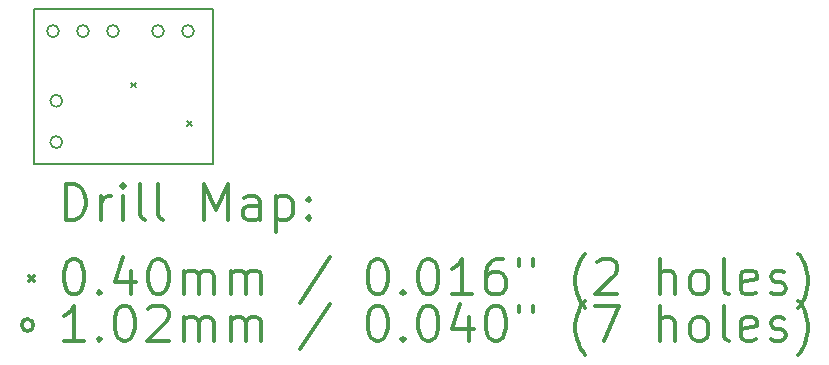
<source format=gbr>
%FSLAX45Y45*%
G04 Gerber Fmt 4.5, Leading zero omitted, Abs format (unit mm)*
G04 Created by KiCad (PCBNEW 4.0.4+e1-6308~48~ubuntu16.04.1-stable) date Thu Nov  3 03:19:42 2016*
%MOMM*%
%LPD*%
G01*
G04 APERTURE LIST*
%ADD10C,0.127000*%
%ADD11C,0.150000*%
%ADD12C,0.200000*%
%ADD13C,0.300000*%
G04 APERTURE END LIST*
D10*
D11*
X13865000Y-11235000D02*
X15375000Y-11235000D01*
X13865000Y-9925000D02*
X13865000Y-11235000D01*
X15375000Y-9925000D02*
X13865000Y-9925000D01*
X15375000Y-11235000D02*
X15375000Y-9925000D01*
D12*
X14685000Y-10547500D02*
X14725000Y-10587500D01*
X14725000Y-10547500D02*
X14685000Y-10587500D01*
X15155000Y-10875000D02*
X15195000Y-10915000D01*
X15195000Y-10875000D02*
X15155000Y-10915000D01*
X14072800Y-10110000D02*
G75*
G03X14072800Y-10110000I-50800J0D01*
G01*
X14100800Y-10700000D02*
G75*
G03X14100800Y-10700000I-50800J0D01*
G01*
X14100800Y-11050000D02*
G75*
G03X14100800Y-11050000I-50800J0D01*
G01*
X14326800Y-10110000D02*
G75*
G03X14326800Y-10110000I-50800J0D01*
G01*
X14580800Y-10110000D02*
G75*
G03X14580800Y-10110000I-50800J0D01*
G01*
X14961800Y-10110000D02*
G75*
G03X14961800Y-10110000I-50800J0D01*
G01*
X15215800Y-10110000D02*
G75*
G03X15215800Y-10110000I-50800J0D01*
G01*
D13*
X14128928Y-11708214D02*
X14128928Y-11408214D01*
X14200357Y-11408214D01*
X14243214Y-11422500D01*
X14271786Y-11451071D01*
X14286071Y-11479643D01*
X14300357Y-11536786D01*
X14300357Y-11579643D01*
X14286071Y-11636786D01*
X14271786Y-11665357D01*
X14243214Y-11693929D01*
X14200357Y-11708214D01*
X14128928Y-11708214D01*
X14428928Y-11708214D02*
X14428928Y-11508214D01*
X14428928Y-11565357D02*
X14443214Y-11536786D01*
X14457500Y-11522500D01*
X14486071Y-11508214D01*
X14514643Y-11508214D01*
X14614643Y-11708214D02*
X14614643Y-11508214D01*
X14614643Y-11408214D02*
X14600357Y-11422500D01*
X14614643Y-11436786D01*
X14628928Y-11422500D01*
X14614643Y-11408214D01*
X14614643Y-11436786D01*
X14800357Y-11708214D02*
X14771786Y-11693929D01*
X14757500Y-11665357D01*
X14757500Y-11408214D01*
X14957500Y-11708214D02*
X14928928Y-11693929D01*
X14914643Y-11665357D01*
X14914643Y-11408214D01*
X15300357Y-11708214D02*
X15300357Y-11408214D01*
X15400357Y-11622500D01*
X15500357Y-11408214D01*
X15500357Y-11708214D01*
X15771786Y-11708214D02*
X15771786Y-11551071D01*
X15757500Y-11522500D01*
X15728928Y-11508214D01*
X15671786Y-11508214D01*
X15643214Y-11522500D01*
X15771786Y-11693929D02*
X15743214Y-11708214D01*
X15671786Y-11708214D01*
X15643214Y-11693929D01*
X15628928Y-11665357D01*
X15628928Y-11636786D01*
X15643214Y-11608214D01*
X15671786Y-11593929D01*
X15743214Y-11593929D01*
X15771786Y-11579643D01*
X15914643Y-11508214D02*
X15914643Y-11808214D01*
X15914643Y-11522500D02*
X15943214Y-11508214D01*
X16000357Y-11508214D01*
X16028928Y-11522500D01*
X16043214Y-11536786D01*
X16057500Y-11565357D01*
X16057500Y-11651071D01*
X16043214Y-11679643D01*
X16028928Y-11693929D01*
X16000357Y-11708214D01*
X15943214Y-11708214D01*
X15914643Y-11693929D01*
X16186071Y-11679643D02*
X16200357Y-11693929D01*
X16186071Y-11708214D01*
X16171786Y-11693929D01*
X16186071Y-11679643D01*
X16186071Y-11708214D01*
X16186071Y-11522500D02*
X16200357Y-11536786D01*
X16186071Y-11551071D01*
X16171786Y-11536786D01*
X16186071Y-11522500D01*
X16186071Y-11551071D01*
X13817500Y-12182500D02*
X13857500Y-12222500D01*
X13857500Y-12182500D02*
X13817500Y-12222500D01*
X14186071Y-12038214D02*
X14214643Y-12038214D01*
X14243214Y-12052500D01*
X14257500Y-12066786D01*
X14271786Y-12095357D01*
X14286071Y-12152500D01*
X14286071Y-12223929D01*
X14271786Y-12281071D01*
X14257500Y-12309643D01*
X14243214Y-12323929D01*
X14214643Y-12338214D01*
X14186071Y-12338214D01*
X14157500Y-12323929D01*
X14143214Y-12309643D01*
X14128928Y-12281071D01*
X14114643Y-12223929D01*
X14114643Y-12152500D01*
X14128928Y-12095357D01*
X14143214Y-12066786D01*
X14157500Y-12052500D01*
X14186071Y-12038214D01*
X14414643Y-12309643D02*
X14428928Y-12323929D01*
X14414643Y-12338214D01*
X14400357Y-12323929D01*
X14414643Y-12309643D01*
X14414643Y-12338214D01*
X14686071Y-12138214D02*
X14686071Y-12338214D01*
X14614643Y-12023929D02*
X14543214Y-12238214D01*
X14728928Y-12238214D01*
X14900357Y-12038214D02*
X14928928Y-12038214D01*
X14957500Y-12052500D01*
X14971786Y-12066786D01*
X14986071Y-12095357D01*
X15000357Y-12152500D01*
X15000357Y-12223929D01*
X14986071Y-12281071D01*
X14971786Y-12309643D01*
X14957500Y-12323929D01*
X14928928Y-12338214D01*
X14900357Y-12338214D01*
X14871786Y-12323929D01*
X14857500Y-12309643D01*
X14843214Y-12281071D01*
X14828928Y-12223929D01*
X14828928Y-12152500D01*
X14843214Y-12095357D01*
X14857500Y-12066786D01*
X14871786Y-12052500D01*
X14900357Y-12038214D01*
X15128928Y-12338214D02*
X15128928Y-12138214D01*
X15128928Y-12166786D02*
X15143214Y-12152500D01*
X15171786Y-12138214D01*
X15214643Y-12138214D01*
X15243214Y-12152500D01*
X15257500Y-12181071D01*
X15257500Y-12338214D01*
X15257500Y-12181071D02*
X15271786Y-12152500D01*
X15300357Y-12138214D01*
X15343214Y-12138214D01*
X15371786Y-12152500D01*
X15386071Y-12181071D01*
X15386071Y-12338214D01*
X15528928Y-12338214D02*
X15528928Y-12138214D01*
X15528928Y-12166786D02*
X15543214Y-12152500D01*
X15571786Y-12138214D01*
X15614643Y-12138214D01*
X15643214Y-12152500D01*
X15657500Y-12181071D01*
X15657500Y-12338214D01*
X15657500Y-12181071D02*
X15671786Y-12152500D01*
X15700357Y-12138214D01*
X15743214Y-12138214D01*
X15771786Y-12152500D01*
X15786071Y-12181071D01*
X15786071Y-12338214D01*
X16371786Y-12023929D02*
X16114643Y-12409643D01*
X16757500Y-12038214D02*
X16786071Y-12038214D01*
X16814643Y-12052500D01*
X16828928Y-12066786D01*
X16843214Y-12095357D01*
X16857500Y-12152500D01*
X16857500Y-12223929D01*
X16843214Y-12281071D01*
X16828928Y-12309643D01*
X16814643Y-12323929D01*
X16786071Y-12338214D01*
X16757500Y-12338214D01*
X16728928Y-12323929D01*
X16714643Y-12309643D01*
X16700357Y-12281071D01*
X16686071Y-12223929D01*
X16686071Y-12152500D01*
X16700357Y-12095357D01*
X16714643Y-12066786D01*
X16728928Y-12052500D01*
X16757500Y-12038214D01*
X16986071Y-12309643D02*
X17000357Y-12323929D01*
X16986071Y-12338214D01*
X16971786Y-12323929D01*
X16986071Y-12309643D01*
X16986071Y-12338214D01*
X17186071Y-12038214D02*
X17214643Y-12038214D01*
X17243214Y-12052500D01*
X17257500Y-12066786D01*
X17271786Y-12095357D01*
X17286071Y-12152500D01*
X17286071Y-12223929D01*
X17271786Y-12281071D01*
X17257500Y-12309643D01*
X17243214Y-12323929D01*
X17214643Y-12338214D01*
X17186071Y-12338214D01*
X17157500Y-12323929D01*
X17143214Y-12309643D01*
X17128928Y-12281071D01*
X17114643Y-12223929D01*
X17114643Y-12152500D01*
X17128928Y-12095357D01*
X17143214Y-12066786D01*
X17157500Y-12052500D01*
X17186071Y-12038214D01*
X17571786Y-12338214D02*
X17400357Y-12338214D01*
X17486071Y-12338214D02*
X17486071Y-12038214D01*
X17457500Y-12081071D01*
X17428928Y-12109643D01*
X17400357Y-12123929D01*
X17828928Y-12038214D02*
X17771786Y-12038214D01*
X17743214Y-12052500D01*
X17728928Y-12066786D01*
X17700357Y-12109643D01*
X17686071Y-12166786D01*
X17686071Y-12281071D01*
X17700357Y-12309643D01*
X17714643Y-12323929D01*
X17743214Y-12338214D01*
X17800357Y-12338214D01*
X17828928Y-12323929D01*
X17843214Y-12309643D01*
X17857500Y-12281071D01*
X17857500Y-12209643D01*
X17843214Y-12181071D01*
X17828928Y-12166786D01*
X17800357Y-12152500D01*
X17743214Y-12152500D01*
X17714643Y-12166786D01*
X17700357Y-12181071D01*
X17686071Y-12209643D01*
X17971786Y-12038214D02*
X17971786Y-12095357D01*
X18086071Y-12038214D02*
X18086071Y-12095357D01*
X18528928Y-12452500D02*
X18514643Y-12438214D01*
X18486071Y-12395357D01*
X18471786Y-12366786D01*
X18457500Y-12323929D01*
X18443214Y-12252500D01*
X18443214Y-12195357D01*
X18457500Y-12123929D01*
X18471786Y-12081071D01*
X18486071Y-12052500D01*
X18514643Y-12009643D01*
X18528928Y-11995357D01*
X18628928Y-12066786D02*
X18643214Y-12052500D01*
X18671786Y-12038214D01*
X18743214Y-12038214D01*
X18771786Y-12052500D01*
X18786071Y-12066786D01*
X18800357Y-12095357D01*
X18800357Y-12123929D01*
X18786071Y-12166786D01*
X18614643Y-12338214D01*
X18800357Y-12338214D01*
X19157500Y-12338214D02*
X19157500Y-12038214D01*
X19286071Y-12338214D02*
X19286071Y-12181071D01*
X19271786Y-12152500D01*
X19243214Y-12138214D01*
X19200357Y-12138214D01*
X19171786Y-12152500D01*
X19157500Y-12166786D01*
X19471786Y-12338214D02*
X19443214Y-12323929D01*
X19428928Y-12309643D01*
X19414643Y-12281071D01*
X19414643Y-12195357D01*
X19428928Y-12166786D01*
X19443214Y-12152500D01*
X19471786Y-12138214D01*
X19514643Y-12138214D01*
X19543214Y-12152500D01*
X19557500Y-12166786D01*
X19571786Y-12195357D01*
X19571786Y-12281071D01*
X19557500Y-12309643D01*
X19543214Y-12323929D01*
X19514643Y-12338214D01*
X19471786Y-12338214D01*
X19743214Y-12338214D02*
X19714643Y-12323929D01*
X19700357Y-12295357D01*
X19700357Y-12038214D01*
X19971786Y-12323929D02*
X19943214Y-12338214D01*
X19886071Y-12338214D01*
X19857500Y-12323929D01*
X19843214Y-12295357D01*
X19843214Y-12181071D01*
X19857500Y-12152500D01*
X19886071Y-12138214D01*
X19943214Y-12138214D01*
X19971786Y-12152500D01*
X19986071Y-12181071D01*
X19986071Y-12209643D01*
X19843214Y-12238214D01*
X20100357Y-12323929D02*
X20128929Y-12338214D01*
X20186071Y-12338214D01*
X20214643Y-12323929D01*
X20228929Y-12295357D01*
X20228929Y-12281071D01*
X20214643Y-12252500D01*
X20186071Y-12238214D01*
X20143214Y-12238214D01*
X20114643Y-12223929D01*
X20100357Y-12195357D01*
X20100357Y-12181071D01*
X20114643Y-12152500D01*
X20143214Y-12138214D01*
X20186071Y-12138214D01*
X20214643Y-12152500D01*
X20328928Y-12452500D02*
X20343214Y-12438214D01*
X20371786Y-12395357D01*
X20386071Y-12366786D01*
X20400357Y-12323929D01*
X20414643Y-12252500D01*
X20414643Y-12195357D01*
X20400357Y-12123929D01*
X20386071Y-12081071D01*
X20371786Y-12052500D01*
X20343214Y-12009643D01*
X20328928Y-11995357D01*
X13857500Y-12598500D02*
G75*
G03X13857500Y-12598500I-50800J0D01*
G01*
X14286071Y-12734214D02*
X14114643Y-12734214D01*
X14200357Y-12734214D02*
X14200357Y-12434214D01*
X14171786Y-12477071D01*
X14143214Y-12505643D01*
X14114643Y-12519929D01*
X14414643Y-12705643D02*
X14428928Y-12719929D01*
X14414643Y-12734214D01*
X14400357Y-12719929D01*
X14414643Y-12705643D01*
X14414643Y-12734214D01*
X14614643Y-12434214D02*
X14643214Y-12434214D01*
X14671786Y-12448500D01*
X14686071Y-12462786D01*
X14700357Y-12491357D01*
X14714643Y-12548500D01*
X14714643Y-12619929D01*
X14700357Y-12677071D01*
X14686071Y-12705643D01*
X14671786Y-12719929D01*
X14643214Y-12734214D01*
X14614643Y-12734214D01*
X14586071Y-12719929D01*
X14571786Y-12705643D01*
X14557500Y-12677071D01*
X14543214Y-12619929D01*
X14543214Y-12548500D01*
X14557500Y-12491357D01*
X14571786Y-12462786D01*
X14586071Y-12448500D01*
X14614643Y-12434214D01*
X14828928Y-12462786D02*
X14843214Y-12448500D01*
X14871786Y-12434214D01*
X14943214Y-12434214D01*
X14971786Y-12448500D01*
X14986071Y-12462786D01*
X15000357Y-12491357D01*
X15000357Y-12519929D01*
X14986071Y-12562786D01*
X14814643Y-12734214D01*
X15000357Y-12734214D01*
X15128928Y-12734214D02*
X15128928Y-12534214D01*
X15128928Y-12562786D02*
X15143214Y-12548500D01*
X15171786Y-12534214D01*
X15214643Y-12534214D01*
X15243214Y-12548500D01*
X15257500Y-12577071D01*
X15257500Y-12734214D01*
X15257500Y-12577071D02*
X15271786Y-12548500D01*
X15300357Y-12534214D01*
X15343214Y-12534214D01*
X15371786Y-12548500D01*
X15386071Y-12577071D01*
X15386071Y-12734214D01*
X15528928Y-12734214D02*
X15528928Y-12534214D01*
X15528928Y-12562786D02*
X15543214Y-12548500D01*
X15571786Y-12534214D01*
X15614643Y-12534214D01*
X15643214Y-12548500D01*
X15657500Y-12577071D01*
X15657500Y-12734214D01*
X15657500Y-12577071D02*
X15671786Y-12548500D01*
X15700357Y-12534214D01*
X15743214Y-12534214D01*
X15771786Y-12548500D01*
X15786071Y-12577071D01*
X15786071Y-12734214D01*
X16371786Y-12419929D02*
X16114643Y-12805643D01*
X16757500Y-12434214D02*
X16786071Y-12434214D01*
X16814643Y-12448500D01*
X16828928Y-12462786D01*
X16843214Y-12491357D01*
X16857500Y-12548500D01*
X16857500Y-12619929D01*
X16843214Y-12677071D01*
X16828928Y-12705643D01*
X16814643Y-12719929D01*
X16786071Y-12734214D01*
X16757500Y-12734214D01*
X16728928Y-12719929D01*
X16714643Y-12705643D01*
X16700357Y-12677071D01*
X16686071Y-12619929D01*
X16686071Y-12548500D01*
X16700357Y-12491357D01*
X16714643Y-12462786D01*
X16728928Y-12448500D01*
X16757500Y-12434214D01*
X16986071Y-12705643D02*
X17000357Y-12719929D01*
X16986071Y-12734214D01*
X16971786Y-12719929D01*
X16986071Y-12705643D01*
X16986071Y-12734214D01*
X17186071Y-12434214D02*
X17214643Y-12434214D01*
X17243214Y-12448500D01*
X17257500Y-12462786D01*
X17271786Y-12491357D01*
X17286071Y-12548500D01*
X17286071Y-12619929D01*
X17271786Y-12677071D01*
X17257500Y-12705643D01*
X17243214Y-12719929D01*
X17214643Y-12734214D01*
X17186071Y-12734214D01*
X17157500Y-12719929D01*
X17143214Y-12705643D01*
X17128928Y-12677071D01*
X17114643Y-12619929D01*
X17114643Y-12548500D01*
X17128928Y-12491357D01*
X17143214Y-12462786D01*
X17157500Y-12448500D01*
X17186071Y-12434214D01*
X17543214Y-12534214D02*
X17543214Y-12734214D01*
X17471786Y-12419929D02*
X17400357Y-12634214D01*
X17586071Y-12634214D01*
X17757500Y-12434214D02*
X17786071Y-12434214D01*
X17814643Y-12448500D01*
X17828928Y-12462786D01*
X17843214Y-12491357D01*
X17857500Y-12548500D01*
X17857500Y-12619929D01*
X17843214Y-12677071D01*
X17828928Y-12705643D01*
X17814643Y-12719929D01*
X17786071Y-12734214D01*
X17757500Y-12734214D01*
X17728928Y-12719929D01*
X17714643Y-12705643D01*
X17700357Y-12677071D01*
X17686071Y-12619929D01*
X17686071Y-12548500D01*
X17700357Y-12491357D01*
X17714643Y-12462786D01*
X17728928Y-12448500D01*
X17757500Y-12434214D01*
X17971786Y-12434214D02*
X17971786Y-12491357D01*
X18086071Y-12434214D02*
X18086071Y-12491357D01*
X18528928Y-12848500D02*
X18514643Y-12834214D01*
X18486071Y-12791357D01*
X18471786Y-12762786D01*
X18457500Y-12719929D01*
X18443214Y-12648500D01*
X18443214Y-12591357D01*
X18457500Y-12519929D01*
X18471786Y-12477071D01*
X18486071Y-12448500D01*
X18514643Y-12405643D01*
X18528928Y-12391357D01*
X18614643Y-12434214D02*
X18814643Y-12434214D01*
X18686071Y-12734214D01*
X19157500Y-12734214D02*
X19157500Y-12434214D01*
X19286071Y-12734214D02*
X19286071Y-12577071D01*
X19271786Y-12548500D01*
X19243214Y-12534214D01*
X19200357Y-12534214D01*
X19171786Y-12548500D01*
X19157500Y-12562786D01*
X19471786Y-12734214D02*
X19443214Y-12719929D01*
X19428928Y-12705643D01*
X19414643Y-12677071D01*
X19414643Y-12591357D01*
X19428928Y-12562786D01*
X19443214Y-12548500D01*
X19471786Y-12534214D01*
X19514643Y-12534214D01*
X19543214Y-12548500D01*
X19557500Y-12562786D01*
X19571786Y-12591357D01*
X19571786Y-12677071D01*
X19557500Y-12705643D01*
X19543214Y-12719929D01*
X19514643Y-12734214D01*
X19471786Y-12734214D01*
X19743214Y-12734214D02*
X19714643Y-12719929D01*
X19700357Y-12691357D01*
X19700357Y-12434214D01*
X19971786Y-12719929D02*
X19943214Y-12734214D01*
X19886071Y-12734214D01*
X19857500Y-12719929D01*
X19843214Y-12691357D01*
X19843214Y-12577071D01*
X19857500Y-12548500D01*
X19886071Y-12534214D01*
X19943214Y-12534214D01*
X19971786Y-12548500D01*
X19986071Y-12577071D01*
X19986071Y-12605643D01*
X19843214Y-12634214D01*
X20100357Y-12719929D02*
X20128929Y-12734214D01*
X20186071Y-12734214D01*
X20214643Y-12719929D01*
X20228929Y-12691357D01*
X20228929Y-12677071D01*
X20214643Y-12648500D01*
X20186071Y-12634214D01*
X20143214Y-12634214D01*
X20114643Y-12619929D01*
X20100357Y-12591357D01*
X20100357Y-12577071D01*
X20114643Y-12548500D01*
X20143214Y-12534214D01*
X20186071Y-12534214D01*
X20214643Y-12548500D01*
X20328928Y-12848500D02*
X20343214Y-12834214D01*
X20371786Y-12791357D01*
X20386071Y-12762786D01*
X20400357Y-12719929D01*
X20414643Y-12648500D01*
X20414643Y-12591357D01*
X20400357Y-12519929D01*
X20386071Y-12477071D01*
X20371786Y-12448500D01*
X20343214Y-12405643D01*
X20328928Y-12391357D01*
M02*

</source>
